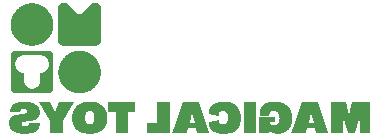
<source format=gbr>
%TF.GenerationSoftware,KiCad,Pcbnew,7.0.10*%
%TF.CreationDate,2024-04-11T21:52:28-07:00*%
%TF.ProjectId,magical toys integration pcbrev4,6d616769-6361-46c2-9074-6f797320696e,rev?*%
%TF.SameCoordinates,Original*%
%TF.FileFunction,Legend,Bot*%
%TF.FilePolarity,Positive*%
%FSLAX46Y46*%
G04 Gerber Fmt 4.6, Leading zero omitted, Abs format (unit mm)*
G04 Created by KiCad (PCBNEW 7.0.10) date 2024-04-11 21:52:28*
%MOMM*%
%LPD*%
G01*
G04 APERTURE LIST*
%ADD10C,0.000000*%
G04 APERTURE END LIST*
D10*
G36*
X148928561Y-89400000D02*
G01*
X148936586Y-89400000D01*
X149197491Y-88344334D01*
X150686668Y-88344334D01*
X150686668Y-90985508D01*
X149843739Y-90985508D01*
X149855780Y-89540486D01*
X149847755Y-89540486D01*
X149458397Y-90985508D01*
X148816174Y-90985508D01*
X148422807Y-89540486D01*
X148414774Y-89540486D01*
X148426816Y-90985508D01*
X147371152Y-90985508D01*
X147371152Y-88344334D01*
X148663639Y-88344334D01*
X148928561Y-89400000D01*
G37*
G36*
X147192828Y-90985508D02*
G01*
X146149206Y-90985508D01*
X146048859Y-90576084D01*
X145398596Y-90576084D01*
X145302266Y-90985508D01*
X144025829Y-90985508D01*
X144321073Y-90106454D01*
X145506975Y-90106454D01*
X145936465Y-90106454D01*
X145727741Y-89239441D01*
X145707674Y-89239441D01*
X145506975Y-90106454D01*
X144321073Y-90106454D01*
X144912909Y-88344334D01*
X146305749Y-88344334D01*
X146897584Y-90106454D01*
X147192828Y-90985508D01*
G37*
G36*
X142753852Y-88305701D02*
G01*
X142835680Y-88310348D01*
X142915323Y-88318047D01*
X142992749Y-88328760D01*
X143067923Y-88342447D01*
X143140811Y-88359072D01*
X143211380Y-88378595D01*
X143279596Y-88400979D01*
X143345425Y-88426186D01*
X143408833Y-88454176D01*
X143469786Y-88484912D01*
X143528251Y-88518356D01*
X143584193Y-88554469D01*
X143637580Y-88593214D01*
X143688376Y-88634551D01*
X143736549Y-88678443D01*
X143782064Y-88724852D01*
X143824888Y-88773739D01*
X143864987Y-88825066D01*
X143902326Y-88878796D01*
X143936873Y-88934888D01*
X143968593Y-88993307D01*
X143997453Y-89054012D01*
X144023418Y-89116967D01*
X144046456Y-89182132D01*
X144066531Y-89249470D01*
X144083611Y-89318942D01*
X144097661Y-89390511D01*
X144108647Y-89464137D01*
X144116537Y-89539783D01*
X144121296Y-89617411D01*
X144122889Y-89696982D01*
X144121484Y-89773190D01*
X144117294Y-89847505D01*
X144110354Y-89919894D01*
X144100702Y-89990321D01*
X144088376Y-90058751D01*
X144073410Y-90125151D01*
X144055843Y-90189486D01*
X144035710Y-90251721D01*
X144013050Y-90311822D01*
X143987898Y-90369753D01*
X143960290Y-90425482D01*
X143930265Y-90478972D01*
X143897859Y-90530190D01*
X143863108Y-90579100D01*
X143826049Y-90625669D01*
X143786719Y-90669862D01*
X143745155Y-90711645D01*
X143701393Y-90750981D01*
X143655471Y-90787839D01*
X143607424Y-90822181D01*
X143557290Y-90853975D01*
X143505106Y-90883186D01*
X143450907Y-90909778D01*
X143394732Y-90933718D01*
X143336617Y-90954971D01*
X143276597Y-90973502D01*
X143214712Y-90989277D01*
X143150996Y-91002261D01*
X143085486Y-91012420D01*
X143018221Y-91019720D01*
X142949235Y-91024124D01*
X142878567Y-91025600D01*
X142840304Y-91025143D01*
X142803029Y-91023780D01*
X142766742Y-91021519D01*
X142731441Y-91018372D01*
X142697129Y-91014349D01*
X142663804Y-91009460D01*
X142631466Y-91003716D01*
X142600116Y-90997126D01*
X142569754Y-90989702D01*
X142540379Y-90981453D01*
X142511992Y-90972389D01*
X142484592Y-90962522D01*
X142458180Y-90951860D01*
X142432756Y-90940415D01*
X142408319Y-90928197D01*
X142384870Y-90915216D01*
X142362409Y-90901483D01*
X142340935Y-90887007D01*
X142320449Y-90871799D01*
X142300951Y-90855869D01*
X142282440Y-90839228D01*
X142264917Y-90821885D01*
X142248382Y-90803852D01*
X142232834Y-90785138D01*
X142218275Y-90765754D01*
X142204703Y-90745710D01*
X142192118Y-90725016D01*
X142180522Y-90703682D01*
X142169913Y-90681720D01*
X142160293Y-90659138D01*
X142151660Y-90635948D01*
X142144015Y-90612160D01*
X142135998Y-90612160D01*
X142136687Y-90674463D01*
X142138503Y-90736532D01*
X142141071Y-90796248D01*
X142144015Y-90851495D01*
X142152032Y-90985460D01*
X141333199Y-90985460D01*
X141333199Y-89648817D01*
X142705990Y-89648817D01*
X142705990Y-90022110D01*
X142216246Y-90022110D01*
X142216246Y-90042184D01*
X142216645Y-90057811D01*
X142217835Y-90073076D01*
X142219810Y-90087971D01*
X142222559Y-90102487D01*
X142226077Y-90116614D01*
X142230353Y-90130345D01*
X142235381Y-90143670D01*
X142241153Y-90156581D01*
X142247659Y-90169068D01*
X142254892Y-90181123D01*
X142262844Y-90192737D01*
X142271507Y-90203902D01*
X142280873Y-90214607D01*
X142290933Y-90224845D01*
X142301679Y-90234607D01*
X142313104Y-90243884D01*
X142325199Y-90252667D01*
X142337955Y-90260948D01*
X142351366Y-90268716D01*
X142365423Y-90275965D01*
X142380118Y-90282684D01*
X142395442Y-90288865D01*
X142427947Y-90299578D01*
X142462873Y-90308034D01*
X142500155Y-90314161D01*
X142539729Y-90317888D01*
X142581530Y-90319147D01*
X142632446Y-90317101D01*
X142681228Y-90310868D01*
X142727717Y-90300308D01*
X142750052Y-90293361D01*
X142771755Y-90285279D01*
X142792804Y-90276045D01*
X142813181Y-90265640D01*
X142832866Y-90254048D01*
X142851839Y-90241250D01*
X142870079Y-90227230D01*
X142887568Y-90211969D01*
X142904285Y-90195449D01*
X142920210Y-90177654D01*
X142935324Y-90158565D01*
X142949607Y-90138165D01*
X142963038Y-90116436D01*
X142975599Y-90093360D01*
X142987269Y-90068921D01*
X142998028Y-90043099D01*
X143007856Y-90015878D01*
X143016735Y-89987240D01*
X143024643Y-89957168D01*
X143031561Y-89925643D01*
X143037469Y-89892648D01*
X143042348Y-89858165D01*
X143048936Y-89784667D01*
X143051168Y-89705007D01*
X143050561Y-89665834D01*
X143048762Y-89628084D01*
X143045800Y-89591745D01*
X143041705Y-89556806D01*
X143036508Y-89523254D01*
X143030238Y-89491078D01*
X143022926Y-89460266D01*
X143014602Y-89430807D01*
X143005296Y-89402688D01*
X142995038Y-89375898D01*
X142983859Y-89350425D01*
X142971788Y-89326257D01*
X142958855Y-89303383D01*
X142945091Y-89281791D01*
X142930526Y-89261468D01*
X142915190Y-89242404D01*
X142899114Y-89224587D01*
X142882326Y-89208004D01*
X142864858Y-89192644D01*
X142846739Y-89178495D01*
X142828000Y-89165546D01*
X142808671Y-89153785D01*
X142788782Y-89143199D01*
X142768362Y-89133778D01*
X142747443Y-89125509D01*
X142726054Y-89118381D01*
X142704226Y-89112381D01*
X142681988Y-89107499D01*
X142659371Y-89103723D01*
X142636405Y-89101039D01*
X142613120Y-89099438D01*
X142589546Y-89098907D01*
X142568291Y-89099213D01*
X142547430Y-89100128D01*
X142526982Y-89101652D01*
X142506964Y-89103783D01*
X142487397Y-89106520D01*
X142468296Y-89109861D01*
X142449682Y-89113805D01*
X142431573Y-89118349D01*
X142413987Y-89123494D01*
X142396941Y-89129237D01*
X142380456Y-89135576D01*
X142364549Y-89142511D01*
X142349239Y-89150040D01*
X142334543Y-89158161D01*
X142320481Y-89166873D01*
X142307071Y-89176175D01*
X142294331Y-89186064D01*
X142282279Y-89196540D01*
X142270935Y-89207601D01*
X142260316Y-89219245D01*
X142250440Y-89231472D01*
X142241327Y-89244279D01*
X142232995Y-89257666D01*
X142225461Y-89271630D01*
X142218745Y-89286170D01*
X142212864Y-89301285D01*
X142207838Y-89316973D01*
X142203685Y-89333233D01*
X142200422Y-89350063D01*
X142198069Y-89367462D01*
X142196643Y-89385429D01*
X142196164Y-89403961D01*
X142196164Y-89500299D01*
X141369315Y-89500299D01*
X141366388Y-89453071D01*
X141363818Y-89399448D01*
X141361992Y-89345073D01*
X141361479Y-89319367D01*
X141361298Y-89295590D01*
X141365718Y-89187880D01*
X141379165Y-89084732D01*
X141401913Y-88986476D01*
X141416862Y-88939285D01*
X141434240Y-88893441D01*
X141454081Y-88848985D01*
X141476421Y-88805958D01*
X141501294Y-88764400D01*
X141528734Y-88724353D01*
X141558775Y-88685859D01*
X141591454Y-88648959D01*
X141626803Y-88613692D01*
X141664858Y-88580102D01*
X141705652Y-88548228D01*
X141749222Y-88518113D01*
X141795600Y-88489797D01*
X141844823Y-88463321D01*
X141896923Y-88438727D01*
X141951937Y-88416055D01*
X142009897Y-88395347D01*
X142070840Y-88376645D01*
X142134799Y-88359988D01*
X142201809Y-88345419D01*
X142271904Y-88332978D01*
X142345120Y-88322707D01*
X142501050Y-88308839D01*
X142669874Y-88304143D01*
X142753852Y-88305701D01*
G37*
G36*
X141067531Y-90985437D02*
G01*
X140015970Y-90985437D01*
X140015970Y-88344334D01*
X141067531Y-88344334D01*
X141067531Y-90985437D01*
G37*
G36*
X138447254Y-88305586D02*
G01*
X138529401Y-88309900D01*
X138609092Y-88317064D01*
X138686313Y-88327058D01*
X138761046Y-88339859D01*
X138833276Y-88355446D01*
X138902986Y-88373798D01*
X138970160Y-88394893D01*
X139034783Y-88418711D01*
X139096837Y-88445230D01*
X139156307Y-88474428D01*
X139213177Y-88506285D01*
X139267430Y-88540778D01*
X139319050Y-88577888D01*
X139368022Y-88617592D01*
X139414328Y-88659868D01*
X139457953Y-88704697D01*
X139498881Y-88752056D01*
X139537095Y-88801924D01*
X139572579Y-88854280D01*
X139605318Y-88909103D01*
X139635294Y-88966370D01*
X139662493Y-89026062D01*
X139686896Y-89088156D01*
X139708490Y-89152631D01*
X139727257Y-89219467D01*
X139743180Y-89288641D01*
X139756245Y-89360132D01*
X139766435Y-89433919D01*
X139773733Y-89509981D01*
X139778124Y-89588296D01*
X139779591Y-89668843D01*
X139774792Y-89816371D01*
X139760198Y-89957620D01*
X139735514Y-90092142D01*
X139719297Y-90156742D01*
X139700447Y-90219492D01*
X139678928Y-90280337D01*
X139654703Y-90339221D01*
X139627735Y-90396088D01*
X139597987Y-90450883D01*
X139565423Y-90503550D01*
X139530005Y-90554032D01*
X139491698Y-90602274D01*
X139450463Y-90648220D01*
X139406266Y-90691814D01*
X139359068Y-90733000D01*
X139308832Y-90771723D01*
X139255523Y-90807927D01*
X139199104Y-90841555D01*
X139139536Y-90872552D01*
X139076785Y-90900862D01*
X139010813Y-90926429D01*
X138941583Y-90949198D01*
X138869059Y-90969111D01*
X138793203Y-90986115D01*
X138713979Y-91000152D01*
X138631351Y-91011167D01*
X138545281Y-91019104D01*
X138455732Y-91023907D01*
X138362669Y-91025521D01*
X138275535Y-91024393D01*
X138191720Y-91021028D01*
X138111189Y-91015450D01*
X138033904Y-91007684D01*
X137959830Y-90997756D01*
X137888930Y-90985692D01*
X137821168Y-90971516D01*
X137756507Y-90955255D01*
X137694912Y-90936932D01*
X137636346Y-90916574D01*
X137580773Y-90894207D01*
X137528157Y-90869854D01*
X137478460Y-90843542D01*
X137431648Y-90815297D01*
X137387684Y-90785142D01*
X137346531Y-90753105D01*
X137308153Y-90719209D01*
X137272514Y-90683481D01*
X137239577Y-90645946D01*
X137209307Y-90606628D01*
X137181667Y-90565554D01*
X137156621Y-90522749D01*
X137134132Y-90478238D01*
X137114165Y-90432046D01*
X137096682Y-90384199D01*
X137081649Y-90334722D01*
X137069027Y-90283641D01*
X137058782Y-90230980D01*
X137050877Y-90176765D01*
X137045275Y-90121022D01*
X137041941Y-90063776D01*
X137040837Y-90005052D01*
X137893087Y-89869535D01*
X137893599Y-89893526D01*
X137895118Y-89916587D01*
X137897614Y-89938729D01*
X137901060Y-89959963D01*
X137905425Y-89980301D01*
X137910682Y-89999754D01*
X137916801Y-90018331D01*
X137923755Y-90036046D01*
X137931515Y-90052907D01*
X137940051Y-90068927D01*
X137949335Y-90084117D01*
X137959339Y-90098487D01*
X137970034Y-90112049D01*
X137981392Y-90124813D01*
X137993382Y-90136791D01*
X138005978Y-90147993D01*
X138019150Y-90158432D01*
X138032869Y-90168116D01*
X138047108Y-90177059D01*
X138061836Y-90185270D01*
X138077026Y-90192761D01*
X138092650Y-90199543D01*
X138108677Y-90205627D01*
X138125080Y-90211023D01*
X138158898Y-90219798D01*
X138193875Y-90225957D01*
X138229781Y-90229588D01*
X138266387Y-90230779D01*
X138311474Y-90228966D01*
X138354803Y-90223425D01*
X138396214Y-90214005D01*
X138416151Y-90207791D01*
X138435549Y-90200550D01*
X138454389Y-90192263D01*
X138472650Y-90182910D01*
X138490312Y-90172472D01*
X138507357Y-90160930D01*
X138523763Y-90148266D01*
X138539511Y-90134459D01*
X138554582Y-90119491D01*
X138568955Y-90103342D01*
X138582611Y-90085994D01*
X138595529Y-90067428D01*
X138607691Y-90047623D01*
X138619075Y-90026562D01*
X138629663Y-90004226D01*
X138639434Y-89980594D01*
X138648369Y-89955648D01*
X138656447Y-89929368D01*
X138663650Y-89901737D01*
X138669956Y-89872733D01*
X138675347Y-89842340D01*
X138679802Y-89810536D01*
X138685825Y-89742624D01*
X138687869Y-89668843D01*
X138687377Y-89631894D01*
X138685912Y-89596296D01*
X138683489Y-89562040D01*
X138680123Y-89529112D01*
X138675827Y-89497501D01*
X138670616Y-89467196D01*
X138664506Y-89438184D01*
X138657511Y-89410453D01*
X138649646Y-89383993D01*
X138640925Y-89358791D01*
X138631364Y-89334836D01*
X138620976Y-89312115D01*
X138609776Y-89290617D01*
X138597780Y-89270331D01*
X138585001Y-89251244D01*
X138571455Y-89233345D01*
X138557157Y-89216621D01*
X138542120Y-89201062D01*
X138526360Y-89186655D01*
X138509891Y-89173389D01*
X138492729Y-89161251D01*
X138474887Y-89150231D01*
X138456380Y-89140316D01*
X138437224Y-89131495D01*
X138417432Y-89123756D01*
X138397020Y-89117086D01*
X138376002Y-89111475D01*
X138354393Y-89106911D01*
X138332207Y-89103381D01*
X138309460Y-89100874D01*
X138286166Y-89099379D01*
X138262339Y-89098883D01*
X138225779Y-89100165D01*
X138190001Y-89104057D01*
X138155224Y-89110631D01*
X138138278Y-89114945D01*
X138121664Y-89119955D01*
X138105409Y-89125672D01*
X138089540Y-89132103D01*
X138074084Y-89139257D01*
X138059069Y-89147142D01*
X138044521Y-89155769D01*
X138030467Y-89165146D01*
X138016936Y-89175281D01*
X138003954Y-89186183D01*
X137991547Y-89197861D01*
X137979745Y-89210324D01*
X137968573Y-89223581D01*
X137958058Y-89237641D01*
X137948229Y-89252512D01*
X137939112Y-89268203D01*
X137930734Y-89284724D01*
X137923123Y-89302082D01*
X137916305Y-89320286D01*
X137910308Y-89339347D01*
X137905159Y-89359271D01*
X137900886Y-89380069D01*
X137897514Y-89401749D01*
X137895073Y-89424319D01*
X137893588Y-89447789D01*
X137893087Y-89472168D01*
X137893087Y-89501426D01*
X137039568Y-89340620D01*
X137043844Y-89232406D01*
X137056910Y-89127832D01*
X137079123Y-89027357D01*
X137093771Y-88978801D01*
X137110839Y-88931443D01*
X137130373Y-88885340D01*
X137152416Y-88840551D01*
X137177014Y-88797133D01*
X137204212Y-88755143D01*
X137234052Y-88714640D01*
X137266581Y-88675680D01*
X137301843Y-88638322D01*
X137339883Y-88602624D01*
X137380744Y-88568642D01*
X137424473Y-88536434D01*
X137471113Y-88506059D01*
X137520708Y-88477573D01*
X137573305Y-88451036D01*
X137628946Y-88426503D01*
X137687678Y-88404033D01*
X137749544Y-88383683D01*
X137814589Y-88365512D01*
X137882858Y-88349576D01*
X137954395Y-88335934D01*
X138029246Y-88324643D01*
X138107453Y-88315761D01*
X138189063Y-88309345D01*
X138274120Y-88305453D01*
X138362669Y-88304143D01*
X138447254Y-88305586D01*
G37*
G36*
X137118943Y-90985508D02*
G01*
X136075320Y-90985508D01*
X135974991Y-90576084D01*
X135324671Y-90576084D01*
X135228388Y-90985508D01*
X133951960Y-90985508D01*
X134247182Y-90106454D01*
X135433097Y-90106454D01*
X135862596Y-90106454D01*
X135653838Y-89239441D01*
X135633756Y-89239441D01*
X135433097Y-90106454D01*
X134247182Y-90106454D01*
X134838974Y-88344334D01*
X136231847Y-88344334D01*
X136823694Y-90106454D01*
X137118943Y-90985508D01*
G37*
G36*
X133780192Y-90985437D02*
G01*
X131817486Y-90985437D01*
X131817486Y-90150554D01*
X132700534Y-90150554D01*
X132700534Y-88344334D01*
X133780192Y-88344334D01*
X133780192Y-90985437D01*
G37*
G36*
X130850460Y-89179211D02*
G01*
X130236336Y-89179211D01*
X130236336Y-90985437D01*
X129180728Y-90985437D01*
X129180728Y-89179211D01*
X128566604Y-89179211D01*
X128566604Y-88344334D01*
X130850460Y-88344334D01*
X130850460Y-89179211D01*
G37*
G36*
X128469387Y-89729401D02*
G01*
X128464916Y-89807819D01*
X128457474Y-89884045D01*
X128447070Y-89958054D01*
X128433712Y-90029820D01*
X128417407Y-90099317D01*
X128398163Y-90166519D01*
X128375989Y-90231402D01*
X128350893Y-90293938D01*
X128322883Y-90354102D01*
X128291967Y-90411869D01*
X128258152Y-90467213D01*
X128221448Y-90520108D01*
X128181861Y-90570528D01*
X128139401Y-90618448D01*
X128094075Y-90663842D01*
X128045891Y-90706684D01*
X127994858Y-90746948D01*
X127940983Y-90784609D01*
X127884274Y-90819641D01*
X127824740Y-90852019D01*
X127762389Y-90881716D01*
X127697228Y-90908707D01*
X127629266Y-90932965D01*
X127558511Y-90954467D01*
X127484970Y-90973184D01*
X127408653Y-90989093D01*
X127329566Y-91002167D01*
X127247719Y-91012381D01*
X127163119Y-91019708D01*
X127075774Y-91024123D01*
X126985692Y-91025600D01*
X126893122Y-91024032D01*
X126803558Y-91019355D01*
X126716994Y-91011613D01*
X126633428Y-91000850D01*
X126552855Y-90987109D01*
X126475269Y-90970433D01*
X126400667Y-90950866D01*
X126329045Y-90928450D01*
X126260397Y-90903230D01*
X126194720Y-90875249D01*
X126132009Y-90844550D01*
X126072260Y-90811176D01*
X126015468Y-90775171D01*
X125961630Y-90736578D01*
X125910740Y-90695440D01*
X125862794Y-90651802D01*
X125817787Y-90605705D01*
X125775717Y-90557195D01*
X125736577Y-90506313D01*
X125700364Y-90453103D01*
X125667074Y-90397610D01*
X125636701Y-90339875D01*
X125609241Y-90279943D01*
X125584691Y-90217856D01*
X125563046Y-90153659D01*
X125544300Y-90087394D01*
X125528451Y-90019106D01*
X125515493Y-89948836D01*
X125505423Y-89876629D01*
X125498235Y-89802528D01*
X125493925Y-89726576D01*
X125492638Y-89656842D01*
X126588339Y-89656842D01*
X126588853Y-89696276D01*
X126590377Y-89734066D01*
X126592887Y-89770237D01*
X126596359Y-89804816D01*
X126600769Y-89837828D01*
X126606093Y-89869299D01*
X126612306Y-89899254D01*
X126619384Y-89927719D01*
X126627302Y-89954721D01*
X126636038Y-89980284D01*
X126645565Y-90004434D01*
X126655860Y-90027197D01*
X126666900Y-90048600D01*
X126678658Y-90068667D01*
X126691112Y-90087424D01*
X126704237Y-90104897D01*
X126718009Y-90121112D01*
X126732403Y-90136094D01*
X126747395Y-90149869D01*
X126762961Y-90162464D01*
X126779077Y-90173903D01*
X126795718Y-90184212D01*
X126812860Y-90193418D01*
X126830480Y-90201545D01*
X126848552Y-90208620D01*
X126867052Y-90214668D01*
X126885956Y-90219715D01*
X126905241Y-90223786D01*
X126924881Y-90226908D01*
X126944852Y-90229106D01*
X126965131Y-90230406D01*
X126985692Y-90230834D01*
X127025833Y-90229106D01*
X127064833Y-90223786D01*
X127102492Y-90214668D01*
X127138609Y-90201545D01*
X127156028Y-90193418D01*
X127172986Y-90184212D01*
X127189459Y-90173903D01*
X127205422Y-90162464D01*
X127220850Y-90149869D01*
X127235718Y-90136094D01*
X127250000Y-90121112D01*
X127263673Y-90104897D01*
X127276710Y-90087424D01*
X127289088Y-90068667D01*
X127300780Y-90048600D01*
X127311762Y-90027197D01*
X127322009Y-90004434D01*
X127331497Y-89980284D01*
X127340199Y-89954721D01*
X127348091Y-89927719D01*
X127355149Y-89899254D01*
X127361346Y-89869299D01*
X127371061Y-89804816D01*
X127377037Y-89734066D01*
X127379073Y-89656842D01*
X127378560Y-89619573D01*
X127377037Y-89583767D01*
X127374529Y-89549406D01*
X127371061Y-89516472D01*
X127366659Y-89484946D01*
X127361346Y-89454809D01*
X127355149Y-89426045D01*
X127348091Y-89398633D01*
X127340199Y-89372556D01*
X127331497Y-89347796D01*
X127322009Y-89324333D01*
X127311762Y-89302150D01*
X127300780Y-89281228D01*
X127289088Y-89261549D01*
X127276710Y-89243095D01*
X127263673Y-89225847D01*
X127250000Y-89209786D01*
X127235718Y-89194895D01*
X127220850Y-89181154D01*
X127205422Y-89168546D01*
X127189459Y-89157053D01*
X127172986Y-89146655D01*
X127156028Y-89137335D01*
X127138609Y-89129074D01*
X127120756Y-89121853D01*
X127102492Y-89115655D01*
X127083842Y-89110461D01*
X127064833Y-89106253D01*
X127045488Y-89103011D01*
X127025833Y-89100719D01*
X127005893Y-89099357D01*
X126985692Y-89098907D01*
X126944852Y-89100719D01*
X126905241Y-89106253D01*
X126867052Y-89115655D01*
X126830480Y-89129074D01*
X126812860Y-89137335D01*
X126795718Y-89146655D01*
X126779077Y-89157053D01*
X126762961Y-89168546D01*
X126747395Y-89181154D01*
X126732403Y-89194895D01*
X126718009Y-89209786D01*
X126704237Y-89225847D01*
X126691112Y-89243095D01*
X126678658Y-89261549D01*
X126666900Y-89281228D01*
X126655860Y-89302150D01*
X126645565Y-89324333D01*
X126636038Y-89347796D01*
X126627302Y-89372556D01*
X126619384Y-89398633D01*
X126612306Y-89426045D01*
X126606093Y-89454809D01*
X126600769Y-89484946D01*
X126596359Y-89516472D01*
X126590377Y-89583767D01*
X126588339Y-89656842D01*
X125492638Y-89656842D01*
X125492490Y-89648817D01*
X125493993Y-89573622D01*
X125498499Y-89500097D01*
X125505997Y-89428289D01*
X125516480Y-89358244D01*
X125529937Y-89290011D01*
X125546361Y-89223636D01*
X125565743Y-89159165D01*
X125588074Y-89096647D01*
X125613344Y-89036128D01*
X125641545Y-88977655D01*
X125672669Y-88921276D01*
X125706706Y-88867037D01*
X125743648Y-88814985D01*
X125783486Y-88765167D01*
X125826211Y-88717631D01*
X125871814Y-88672423D01*
X125920286Y-88629590D01*
X125971619Y-88589180D01*
X126025803Y-88551240D01*
X126082830Y-88515816D01*
X126142692Y-88482956D01*
X126205378Y-88452706D01*
X126270881Y-88425114D01*
X126339192Y-88400227D01*
X126410302Y-88378091D01*
X126484201Y-88358754D01*
X126560881Y-88342264D01*
X126640334Y-88328666D01*
X126722550Y-88318007D01*
X126807521Y-88310336D01*
X126895238Y-88305699D01*
X126985692Y-88304143D01*
X127075418Y-88305699D01*
X127162452Y-88310336D01*
X127246784Y-88318007D01*
X127328404Y-88328666D01*
X127407302Y-88342264D01*
X127483468Y-88358754D01*
X127556890Y-88378091D01*
X127627559Y-88400227D01*
X127695464Y-88425114D01*
X127760596Y-88452706D01*
X127822943Y-88482956D01*
X127882496Y-88515816D01*
X127939244Y-88551240D01*
X127993177Y-88589180D01*
X128044285Y-88629590D01*
X128092558Y-88672423D01*
X128137984Y-88717631D01*
X128180554Y-88765167D01*
X128220258Y-88814985D01*
X128257085Y-88867037D01*
X128291025Y-88921276D01*
X128322068Y-88977655D01*
X128350203Y-89036128D01*
X128375420Y-89096647D01*
X128397709Y-89159165D01*
X128417060Y-89223636D01*
X128433462Y-89290011D01*
X128446904Y-89358244D01*
X128457378Y-89428289D01*
X128464871Y-89500097D01*
X128469375Y-89573622D01*
X128470879Y-89648817D01*
X128470730Y-89656842D01*
X128469387Y-89729401D01*
G37*
G36*
X124022464Y-89195292D02*
G01*
X124030482Y-89195292D01*
X124411799Y-88344334D01*
X125692278Y-88344334D01*
X124724934Y-89986034D01*
X124724934Y-90985508D01*
X123617096Y-90985508D01*
X123617096Y-89986034D01*
X122645705Y-88344334D01*
X123645196Y-88344334D01*
X124022464Y-89195292D01*
G37*
G36*
X121547617Y-88305196D02*
G01*
X121622486Y-88308331D01*
X121695072Y-88313516D01*
X121765365Y-88320716D01*
X121833354Y-88329897D01*
X121899025Y-88341026D01*
X121962368Y-88354069D01*
X122023371Y-88368991D01*
X122082022Y-88385760D01*
X122138310Y-88404342D01*
X122192221Y-88424702D01*
X122243746Y-88446806D01*
X122292872Y-88470622D01*
X122339587Y-88496115D01*
X122383879Y-88523251D01*
X122425738Y-88551997D01*
X122465150Y-88582318D01*
X122502105Y-88614181D01*
X122536591Y-88647553D01*
X122568595Y-88682399D01*
X122598107Y-88718685D01*
X122625113Y-88756378D01*
X122649604Y-88795444D01*
X122671567Y-88835849D01*
X122690989Y-88877559D01*
X122707860Y-88920540D01*
X122722168Y-88964760D01*
X122733900Y-89010183D01*
X122743046Y-89056776D01*
X122749594Y-89104505D01*
X122753531Y-89153337D01*
X122754845Y-89203238D01*
X122754529Y-89228579D01*
X122753587Y-89253427D01*
X122752025Y-89277781D01*
X122749853Y-89301641D01*
X122747078Y-89325007D01*
X122743709Y-89347880D01*
X122739754Y-89370258D01*
X122735220Y-89392142D01*
X122730116Y-89413533D01*
X122724450Y-89434429D01*
X122718230Y-89454832D01*
X122711464Y-89474740D01*
X122704160Y-89494155D01*
X122696327Y-89513076D01*
X122687971Y-89531503D01*
X122679102Y-89549436D01*
X122669728Y-89566875D01*
X122659856Y-89583820D01*
X122649495Y-89600271D01*
X122638652Y-89616228D01*
X122627336Y-89631691D01*
X122615555Y-89646661D01*
X122603317Y-89661136D01*
X122590630Y-89675118D01*
X122577502Y-89688606D01*
X122563941Y-89701599D01*
X122549955Y-89714099D01*
X122535553Y-89726105D01*
X122520742Y-89737617D01*
X122505531Y-89748635D01*
X122489927Y-89759159D01*
X122473939Y-89769189D01*
X122441848Y-89787491D01*
X122407490Y-89804781D01*
X122371134Y-89821083D01*
X122333052Y-89836422D01*
X122293514Y-89850819D01*
X122252789Y-89864300D01*
X122211148Y-89876886D01*
X122168860Y-89888603D01*
X122083429Y-89909520D01*
X121998656Y-89927238D01*
X121916703Y-89941946D01*
X121839732Y-89953831D01*
X121706149Y-89969634D01*
X121640628Y-89978100D01*
X121577834Y-89986943D01*
X121519178Y-89996162D01*
X121466069Y-90005757D01*
X121419917Y-90015730D01*
X121399891Y-90020857D01*
X121382134Y-90026078D01*
X121372915Y-90028453D01*
X121364068Y-90031060D01*
X121355586Y-90033897D01*
X121347466Y-90036960D01*
X121339701Y-90040246D01*
X121332286Y-90043752D01*
X121325217Y-90047477D01*
X121318488Y-90051416D01*
X121312095Y-90055566D01*
X121306031Y-90059925D01*
X121300292Y-90064490D01*
X121294873Y-90069258D01*
X121289768Y-90074226D01*
X121284972Y-90079391D01*
X121280481Y-90084750D01*
X121276289Y-90090300D01*
X121272391Y-90096038D01*
X121268781Y-90101961D01*
X121265455Y-90108067D01*
X121262408Y-90114352D01*
X121259634Y-90120813D01*
X121257128Y-90127448D01*
X121252901Y-90141226D01*
X121249684Y-90155662D01*
X121247438Y-90170734D01*
X121246120Y-90186417D01*
X121245690Y-90202688D01*
X121246465Y-90222936D01*
X121248880Y-90242943D01*
X121253071Y-90262562D01*
X121259173Y-90281646D01*
X121267320Y-90300048D01*
X121272203Y-90308948D01*
X121277648Y-90317622D01*
X121283673Y-90326051D01*
X121290293Y-90334219D01*
X121297526Y-90342106D01*
X121305389Y-90349693D01*
X121313899Y-90356963D01*
X121323073Y-90363898D01*
X121332927Y-90370478D01*
X121343478Y-90376685D01*
X121354744Y-90382501D01*
X121366741Y-90387908D01*
X121379486Y-90392888D01*
X121392996Y-90397421D01*
X121407288Y-90401490D01*
X121422378Y-90405075D01*
X121438285Y-90408160D01*
X121455024Y-90410725D01*
X121472613Y-90412752D01*
X121491068Y-90414222D01*
X121510407Y-90415118D01*
X121530646Y-90415421D01*
X121550582Y-90415058D01*
X121569750Y-90413974D01*
X121588160Y-90412180D01*
X121605820Y-90409682D01*
X121622739Y-90406491D01*
X121638926Y-90402615D01*
X121654390Y-90398063D01*
X121669139Y-90392843D01*
X121683183Y-90386965D01*
X121696530Y-90380437D01*
X121709188Y-90373268D01*
X121721168Y-90365467D01*
X121732477Y-90357043D01*
X121743125Y-90348005D01*
X121753120Y-90338361D01*
X121762470Y-90328120D01*
X121771186Y-90317291D01*
X121779276Y-90305883D01*
X121786748Y-90293905D01*
X121793612Y-90281365D01*
X121799876Y-90268273D01*
X121805548Y-90254637D01*
X121810639Y-90240465D01*
X121815157Y-90225768D01*
X121819109Y-90210553D01*
X121822507Y-90194829D01*
X121827669Y-90161891D01*
X121830715Y-90127025D01*
X121831715Y-90090301D01*
X122746830Y-90090301D01*
X122744360Y-90176871D01*
X122736289Y-90263013D01*
X122721621Y-90348013D01*
X122699363Y-90431162D01*
X122668522Y-90511747D01*
X122649572Y-90550856D01*
X122628104Y-90589057D01*
X122603992Y-90626262D01*
X122577114Y-90662381D01*
X122547344Y-90697326D01*
X122514558Y-90731007D01*
X122478633Y-90763336D01*
X122439444Y-90794224D01*
X122396866Y-90823581D01*
X122350776Y-90851320D01*
X122301049Y-90877350D01*
X122247561Y-90901583D01*
X122190188Y-90923931D01*
X122128806Y-90944304D01*
X122063289Y-90962613D01*
X121993515Y-90978769D01*
X121919359Y-90992684D01*
X121840696Y-91004268D01*
X121757403Y-91013433D01*
X121669355Y-91020089D01*
X121576428Y-91024148D01*
X121478497Y-91025521D01*
X121381099Y-91024262D01*
X121288284Y-91020533D01*
X121199953Y-91014402D01*
X121116010Y-91005938D01*
X121036357Y-90995210D01*
X120960895Y-90982288D01*
X120889528Y-90967241D01*
X120822156Y-90950137D01*
X120758683Y-90931045D01*
X120699011Y-90910036D01*
X120643042Y-90887177D01*
X120590678Y-90862538D01*
X120541821Y-90836189D01*
X120496374Y-90808197D01*
X120454239Y-90778633D01*
X120415318Y-90747564D01*
X120379514Y-90715062D01*
X120346728Y-90681193D01*
X120316862Y-90646029D01*
X120289820Y-90609637D01*
X120265503Y-90572086D01*
X120243813Y-90533446D01*
X120224653Y-90493787D01*
X120207925Y-90453176D01*
X120193531Y-90411683D01*
X120181374Y-90369377D01*
X120171355Y-90326328D01*
X120163377Y-90282604D01*
X120157342Y-90238274D01*
X120153153Y-90193408D01*
X120149918Y-90102342D01*
X120150235Y-90077376D01*
X120151182Y-90052902D01*
X120152755Y-90028918D01*
X120154950Y-90005421D01*
X120157762Y-89982409D01*
X120161187Y-89959880D01*
X120165220Y-89937831D01*
X120169857Y-89916261D01*
X120175094Y-89895168D01*
X120180926Y-89874548D01*
X120187349Y-89854400D01*
X120194359Y-89834722D01*
X120201950Y-89815512D01*
X120210119Y-89796766D01*
X120218861Y-89778484D01*
X120228172Y-89760662D01*
X120238047Y-89743300D01*
X120248482Y-89726393D01*
X120259473Y-89709941D01*
X120271015Y-89693940D01*
X120283104Y-89678390D01*
X120295735Y-89663287D01*
X120308904Y-89648630D01*
X120322606Y-89634415D01*
X120336838Y-89620642D01*
X120351595Y-89607307D01*
X120366872Y-89594409D01*
X120382664Y-89581946D01*
X120398969Y-89569914D01*
X120415780Y-89558312D01*
X120433095Y-89547139D01*
X120450907Y-89536390D01*
X120480174Y-89521049D01*
X120510782Y-89506601D01*
X120542754Y-89492999D01*
X120576113Y-89480197D01*
X120610882Y-89468148D01*
X120647086Y-89456804D01*
X120723888Y-89436044D01*
X120806707Y-89417543D01*
X120895729Y-89400922D01*
X120991141Y-89385808D01*
X121093131Y-89371822D01*
X121256087Y-89348365D01*
X121329795Y-89336966D01*
X121397196Y-89325662D01*
X121457446Y-89314357D01*
X121509700Y-89302959D01*
X121532565Y-89297194D01*
X121553114Y-89291371D01*
X121571242Y-89285477D01*
X121586843Y-89279501D01*
X121597854Y-89273243D01*
X121608281Y-89266496D01*
X121618108Y-89259244D01*
X121627316Y-89251469D01*
X121635889Y-89243152D01*
X121643808Y-89234277D01*
X121651056Y-89224826D01*
X121657616Y-89214781D01*
X121663470Y-89204124D01*
X121668601Y-89192838D01*
X121672990Y-89180906D01*
X121676620Y-89168309D01*
X121679475Y-89155030D01*
X121681535Y-89141051D01*
X121682784Y-89126355D01*
X121683205Y-89110924D01*
X121682923Y-89100825D01*
X121682077Y-89090856D01*
X121680671Y-89081029D01*
X121678704Y-89071358D01*
X121676178Y-89061854D01*
X121673095Y-89052530D01*
X121669456Y-89043399D01*
X121665263Y-89034472D01*
X121660518Y-89025764D01*
X121655221Y-89017285D01*
X121649374Y-89009049D01*
X121642979Y-89001068D01*
X121636037Y-88993354D01*
X121628550Y-88985921D01*
X121620519Y-88978780D01*
X121611946Y-88971944D01*
X121602831Y-88965426D01*
X121593178Y-88959237D01*
X121582986Y-88953391D01*
X121572258Y-88947900D01*
X121549198Y-88938033D01*
X121524011Y-88929736D01*
X121496707Y-88923109D01*
X121467299Y-88918251D01*
X121435799Y-88915263D01*
X121402218Y-88914245D01*
X121366378Y-88915424D01*
X121349244Y-88916901D01*
X121332639Y-88918972D01*
X121316565Y-88921641D01*
X121301028Y-88924908D01*
X121286030Y-88928776D01*
X121271576Y-88933248D01*
X121257669Y-88938325D01*
X121244312Y-88944011D01*
X121231509Y-88950306D01*
X121219264Y-88957213D01*
X121207581Y-88964735D01*
X121196464Y-88972874D01*
X121185915Y-88981631D01*
X121175938Y-88991009D01*
X121166538Y-89001011D01*
X121157718Y-89011638D01*
X121149482Y-89022892D01*
X121141832Y-89034777D01*
X121134774Y-89047293D01*
X121128310Y-89060444D01*
X121122444Y-89074231D01*
X121117181Y-89088657D01*
X121112522Y-89103724D01*
X121108473Y-89119433D01*
X121105037Y-89135789D01*
X121102218Y-89152791D01*
X121100018Y-89170443D01*
X121098443Y-89188747D01*
X121097495Y-89207705D01*
X121097178Y-89227320D01*
X120238182Y-89227320D01*
X120241394Y-89124349D01*
X120251456Y-89026316D01*
X120269010Y-88933458D01*
X120294696Y-88846008D01*
X120310789Y-88804386D01*
X120329155Y-88764203D01*
X120349875Y-88725491D01*
X120373028Y-88688278D01*
X120398695Y-88652594D01*
X120426955Y-88618468D01*
X120457890Y-88585929D01*
X120491578Y-88555007D01*
X120528100Y-88525731D01*
X120567536Y-88498131D01*
X120609967Y-88472237D01*
X120655472Y-88448076D01*
X120704131Y-88425680D01*
X120756025Y-88405077D01*
X120811233Y-88386296D01*
X120869836Y-88369368D01*
X120931914Y-88354321D01*
X120997546Y-88341185D01*
X121066814Y-88329989D01*
X121139797Y-88320763D01*
X121297227Y-88308337D01*
X121470480Y-88304143D01*
X121547617Y-88305196D01*
G37*
G36*
X122191596Y-79971454D02*
G01*
X122282968Y-79978402D01*
X122373012Y-79989844D01*
X122461613Y-80005666D01*
X122548660Y-80025757D01*
X122634040Y-80050002D01*
X122717639Y-80078288D01*
X122799344Y-80110504D01*
X122879042Y-80146534D01*
X122956620Y-80186268D01*
X123031966Y-80229590D01*
X123104965Y-80276389D01*
X123175506Y-80326552D01*
X123243474Y-80379965D01*
X123308758Y-80436515D01*
X123371243Y-80496089D01*
X123430817Y-80558574D01*
X123487367Y-80623858D01*
X123540780Y-80691826D01*
X123590942Y-80762367D01*
X123637741Y-80835366D01*
X123681064Y-80910712D01*
X123720797Y-80988290D01*
X123756828Y-81067988D01*
X123789043Y-81149693D01*
X123817329Y-81233292D01*
X123841574Y-81318671D01*
X123861664Y-81405718D01*
X123877487Y-81494320D01*
X123888929Y-81584363D01*
X123895877Y-81675735D01*
X123898218Y-81768322D01*
X123895877Y-81860908D01*
X123888929Y-81952279D01*
X123877487Y-82042321D01*
X123861664Y-82130922D01*
X123841574Y-82217968D01*
X123817329Y-82303347D01*
X123789043Y-82386945D01*
X123756828Y-82468650D01*
X123720797Y-82548348D01*
X123681064Y-82625926D01*
X123637741Y-82701272D01*
X123590942Y-82774271D01*
X123540780Y-82844812D01*
X123487367Y-82912781D01*
X123430817Y-82978065D01*
X123371243Y-83040550D01*
X123308758Y-83100125D01*
X123243474Y-83156675D01*
X123175506Y-83210088D01*
X123104965Y-83260251D01*
X123031966Y-83307051D01*
X122956620Y-83350374D01*
X122879042Y-83390107D01*
X122799344Y-83426138D01*
X122717639Y-83458354D01*
X122634040Y-83486641D01*
X122548660Y-83510886D01*
X122461613Y-83530977D01*
X122373012Y-83546800D01*
X122282968Y-83558242D01*
X122191596Y-83565190D01*
X122099009Y-83567531D01*
X122006421Y-83565190D01*
X121915050Y-83558242D01*
X121825006Y-83546800D01*
X121736404Y-83530977D01*
X121649357Y-83510886D01*
X121563978Y-83486641D01*
X121480379Y-83458354D01*
X121398674Y-83426138D01*
X121318976Y-83390107D01*
X121241397Y-83350374D01*
X121166052Y-83307051D01*
X121093052Y-83260251D01*
X121022512Y-83210088D01*
X120954543Y-83156675D01*
X120889260Y-83100125D01*
X120826775Y-83040550D01*
X120767201Y-82978065D01*
X120710651Y-82912781D01*
X120657238Y-82844812D01*
X120607076Y-82774271D01*
X120560277Y-82701272D01*
X120516954Y-82625926D01*
X120477221Y-82548348D01*
X120441190Y-82468650D01*
X120408975Y-82386945D01*
X120380689Y-82303347D01*
X120356444Y-82217968D01*
X120336354Y-82130922D01*
X120320531Y-82042321D01*
X120309089Y-81952279D01*
X120302141Y-81860908D01*
X120299800Y-81768322D01*
X120302141Y-81675735D01*
X120309089Y-81584363D01*
X120320531Y-81494320D01*
X120336354Y-81405718D01*
X120356444Y-81318671D01*
X120380689Y-81233292D01*
X120408975Y-81149693D01*
X120441190Y-81067988D01*
X120477221Y-80988290D01*
X120516954Y-80910712D01*
X120560277Y-80835366D01*
X120607076Y-80762367D01*
X120657238Y-80691826D01*
X120710651Y-80623858D01*
X120767201Y-80558574D01*
X120826775Y-80496089D01*
X120889260Y-80436515D01*
X120954543Y-80379965D01*
X121022512Y-80326552D01*
X121093052Y-80276389D01*
X121166052Y-80229590D01*
X121241397Y-80186268D01*
X121318976Y-80146534D01*
X121398674Y-80110504D01*
X121480379Y-80078288D01*
X121563978Y-80050002D01*
X121649357Y-80025757D01*
X121736404Y-80005666D01*
X121825006Y-79989844D01*
X121915050Y-79978402D01*
X122006421Y-79971454D01*
X122099009Y-79969113D01*
X122191596Y-79971454D01*
G37*
G36*
X126213130Y-83993052D02*
G01*
X126304502Y-84000000D01*
X126394545Y-84011441D01*
X126483147Y-84027264D01*
X126570194Y-84047354D01*
X126655573Y-84071599D01*
X126739172Y-84099885D01*
X126820877Y-84132100D01*
X126900575Y-84168131D01*
X126978153Y-84207864D01*
X127053499Y-84251187D01*
X127126498Y-84297985D01*
X127197039Y-84348147D01*
X127265007Y-84401560D01*
X127330291Y-84458109D01*
X127392776Y-84517683D01*
X127452350Y-84580168D01*
X127508900Y-84645451D01*
X127562313Y-84713419D01*
X127612476Y-84783959D01*
X127659275Y-84856958D01*
X127702597Y-84932303D01*
X127742331Y-85009880D01*
X127778361Y-85089578D01*
X127810577Y-85171282D01*
X127838863Y-85254880D01*
X127863108Y-85340258D01*
X127883199Y-85427304D01*
X127899021Y-85515905D01*
X127910463Y-85605947D01*
X127917411Y-85697318D01*
X127919752Y-85789904D01*
X127917411Y-85882491D01*
X127910463Y-85973863D01*
X127899021Y-86063906D01*
X127883199Y-86152508D01*
X127863108Y-86239555D01*
X127838863Y-86324935D01*
X127810577Y-86408534D01*
X127778361Y-86490239D01*
X127742331Y-86569937D01*
X127702597Y-86647515D01*
X127659275Y-86722861D01*
X127612476Y-86795860D01*
X127562313Y-86866401D01*
X127508900Y-86934369D01*
X127452350Y-86999653D01*
X127392776Y-87062138D01*
X127330291Y-87121712D01*
X127265007Y-87178262D01*
X127197039Y-87231674D01*
X127126498Y-87281837D01*
X127053499Y-87328636D01*
X126978153Y-87371958D01*
X126900575Y-87411692D01*
X126820877Y-87447722D01*
X126739172Y-87479937D01*
X126655573Y-87508224D01*
X126570194Y-87532469D01*
X126483147Y-87552559D01*
X126394545Y-87568381D01*
X126304502Y-87579823D01*
X126213130Y-87586771D01*
X126120543Y-87589112D01*
X126027957Y-87586771D01*
X125936586Y-87579823D01*
X125846544Y-87568381D01*
X125757943Y-87552559D01*
X125670897Y-87532469D01*
X125585518Y-87508224D01*
X125501920Y-87479937D01*
X125420215Y-87447722D01*
X125340517Y-87411692D01*
X125262939Y-87371958D01*
X125187593Y-87328636D01*
X125114594Y-87281837D01*
X125044053Y-87231674D01*
X124976084Y-87178262D01*
X124910800Y-87121712D01*
X124848315Y-87062138D01*
X124788740Y-86999653D01*
X124732190Y-86934369D01*
X124678777Y-86866401D01*
X124628614Y-86795860D01*
X124581814Y-86722861D01*
X124538491Y-86647515D01*
X124498758Y-86569937D01*
X124462727Y-86490239D01*
X124430511Y-86408534D01*
X124402224Y-86324935D01*
X124377979Y-86239555D01*
X124357888Y-86152508D01*
X124342065Y-86063906D01*
X124330623Y-85973863D01*
X124323675Y-85882491D01*
X124321334Y-85789904D01*
X124323675Y-85697318D01*
X124330623Y-85605947D01*
X124342065Y-85515905D01*
X124357888Y-85427304D01*
X124377979Y-85340258D01*
X124402224Y-85254880D01*
X124430511Y-85171282D01*
X124462727Y-85089578D01*
X124498758Y-85009880D01*
X124538491Y-84932303D01*
X124581814Y-84856958D01*
X124628614Y-84783959D01*
X124678777Y-84713419D01*
X124732190Y-84645451D01*
X124788740Y-84580168D01*
X124848315Y-84517683D01*
X124910800Y-84458109D01*
X124976084Y-84401560D01*
X125044053Y-84348147D01*
X125114594Y-84297985D01*
X125187593Y-84251187D01*
X125262939Y-84207864D01*
X125340517Y-84168131D01*
X125420215Y-84132100D01*
X125501920Y-84099885D01*
X125585518Y-84071599D01*
X125670897Y-84047354D01*
X125757943Y-84027264D01*
X125846544Y-84011441D01*
X125936586Y-84000000D01*
X126027957Y-83993052D01*
X126120543Y-83990710D01*
X126213130Y-83993052D01*
G37*
G36*
X123898218Y-87210335D02*
G01*
X123897725Y-87229827D01*
X123896262Y-87249064D01*
X123893853Y-87268021D01*
X123890522Y-87286674D01*
X123886292Y-87305000D01*
X123881188Y-87322975D01*
X123875233Y-87340574D01*
X123868450Y-87357775D01*
X123860865Y-87374554D01*
X123852500Y-87390886D01*
X123843379Y-87406748D01*
X123833526Y-87422116D01*
X123822966Y-87436967D01*
X123811721Y-87451276D01*
X123799815Y-87465019D01*
X123787273Y-87478174D01*
X123774118Y-87490716D01*
X123760375Y-87502621D01*
X123746065Y-87513865D01*
X123731215Y-87524425D01*
X123715847Y-87534277D01*
X123699985Y-87543398D01*
X123683652Y-87551762D01*
X123666874Y-87559347D01*
X123649673Y-87566129D01*
X123632074Y-87572084D01*
X123614100Y-87577188D01*
X123595775Y-87581417D01*
X123577123Y-87584748D01*
X123558167Y-87587157D01*
X123538931Y-87588619D01*
X123519440Y-87589112D01*
X120678577Y-87589112D01*
X120659086Y-87588619D01*
X120639851Y-87587157D01*
X120620895Y-87584748D01*
X120602243Y-87581417D01*
X120583918Y-87577188D01*
X120565944Y-87572084D01*
X120548344Y-87566129D01*
X120531144Y-87559347D01*
X120514365Y-87551762D01*
X120498033Y-87543398D01*
X120482171Y-87534277D01*
X120466803Y-87524425D01*
X120451952Y-87513865D01*
X120437643Y-87502621D01*
X120423899Y-87490716D01*
X120410744Y-87478174D01*
X120398202Y-87465019D01*
X120386297Y-87451276D01*
X120375052Y-87436967D01*
X120364491Y-87422116D01*
X120354639Y-87406748D01*
X120345518Y-87390886D01*
X120337153Y-87374554D01*
X120329567Y-87357775D01*
X120322785Y-87340574D01*
X120316830Y-87322975D01*
X120311726Y-87305000D01*
X120307496Y-87286674D01*
X120304165Y-87268021D01*
X120301756Y-87249064D01*
X120300293Y-87229827D01*
X120299800Y-87210335D01*
X120299800Y-85127043D01*
X120678577Y-85127043D01*
X120679563Y-85166027D01*
X120682488Y-85204499D01*
X120687306Y-85242411D01*
X120693968Y-85279717D01*
X120702427Y-85316368D01*
X120712636Y-85352317D01*
X120724546Y-85387516D01*
X120738110Y-85421917D01*
X120753281Y-85455474D01*
X120770011Y-85488139D01*
X120788252Y-85519863D01*
X120807957Y-85550599D01*
X120829078Y-85580300D01*
X120851568Y-85608918D01*
X120875378Y-85636406D01*
X120900462Y-85662715D01*
X120926772Y-85687799D01*
X120954260Y-85711609D01*
X120982879Y-85734099D01*
X121012580Y-85755220D01*
X121043317Y-85774924D01*
X121075042Y-85793165D01*
X121107707Y-85809895D01*
X121141265Y-85825066D01*
X121175668Y-85838630D01*
X121210868Y-85850540D01*
X121246818Y-85860748D01*
X121283470Y-85869208D01*
X121320777Y-85875870D01*
X121358690Y-85880687D01*
X121397164Y-85883613D01*
X121436149Y-85884598D01*
X121436149Y-86547475D01*
X121437011Y-86581586D01*
X121439571Y-86615249D01*
X121443786Y-86648423D01*
X121449615Y-86681066D01*
X121457017Y-86713135D01*
X121465949Y-86744591D01*
X121476370Y-86775390D01*
X121488239Y-86805492D01*
X121501513Y-86834854D01*
X121516151Y-86863435D01*
X121532112Y-86891194D01*
X121549353Y-86918088D01*
X121567834Y-86944077D01*
X121587512Y-86969117D01*
X121608346Y-86993169D01*
X121630294Y-87016189D01*
X121653314Y-87038138D01*
X121677366Y-87058971D01*
X121702407Y-87078649D01*
X121728395Y-87097130D01*
X121755289Y-87114371D01*
X121783048Y-87130332D01*
X121811629Y-87144970D01*
X121840991Y-87158245D01*
X121871093Y-87170113D01*
X121901892Y-87180534D01*
X121933348Y-87189466D01*
X121965418Y-87196868D01*
X121998060Y-87202697D01*
X122031234Y-87206912D01*
X122064898Y-87209472D01*
X122099009Y-87210335D01*
X122133120Y-87209472D01*
X122166783Y-87206912D01*
X122199957Y-87202697D01*
X122232600Y-87196868D01*
X122264670Y-87189466D01*
X122296125Y-87180534D01*
X122326925Y-87170113D01*
X122357027Y-87158245D01*
X122386389Y-87144970D01*
X122414970Y-87130332D01*
X122442729Y-87114371D01*
X122469623Y-87097130D01*
X122495611Y-87078649D01*
X122520652Y-87058971D01*
X122544704Y-87038138D01*
X122567724Y-87016189D01*
X122589672Y-86993169D01*
X122610506Y-86969117D01*
X122630184Y-86944077D01*
X122648665Y-86918088D01*
X122665906Y-86891194D01*
X122681867Y-86863435D01*
X122696505Y-86834854D01*
X122709779Y-86805492D01*
X122721648Y-86775390D01*
X122732069Y-86744591D01*
X122741001Y-86713135D01*
X122748403Y-86681066D01*
X122754232Y-86648423D01*
X122758447Y-86615249D01*
X122761007Y-86581586D01*
X122761869Y-86547475D01*
X122761869Y-85884598D01*
X122800855Y-85883613D01*
X122839328Y-85880687D01*
X122877242Y-85875870D01*
X122914548Y-85869208D01*
X122951200Y-85860748D01*
X122987150Y-85850540D01*
X123022350Y-85838630D01*
X123056753Y-85825066D01*
X123090311Y-85809895D01*
X123122976Y-85793165D01*
X123154700Y-85774924D01*
X123185437Y-85755220D01*
X123215139Y-85734099D01*
X123243758Y-85711609D01*
X123271246Y-85687799D01*
X123297555Y-85662715D01*
X123322639Y-85636406D01*
X123346450Y-85608918D01*
X123368940Y-85580300D01*
X123390061Y-85550599D01*
X123409766Y-85519863D01*
X123428007Y-85488139D01*
X123444737Y-85455474D01*
X123459908Y-85421917D01*
X123473472Y-85387516D01*
X123485382Y-85352317D01*
X123495590Y-85316368D01*
X123504049Y-85279717D01*
X123510712Y-85242411D01*
X123515529Y-85204499D01*
X123518455Y-85166027D01*
X123519440Y-85127043D01*
X123518455Y-85088059D01*
X123515529Y-85049588D01*
X123510712Y-85011675D01*
X123504049Y-84974369D01*
X123495590Y-84937718D01*
X123485382Y-84901770D01*
X123473472Y-84866570D01*
X123459908Y-84832169D01*
X123444737Y-84798612D01*
X123428007Y-84765948D01*
X123409766Y-84734224D01*
X123390061Y-84703487D01*
X123368940Y-84673786D01*
X123346450Y-84645168D01*
X123322639Y-84617680D01*
X123297555Y-84591371D01*
X123271246Y-84566287D01*
X123243758Y-84542477D01*
X123215139Y-84519988D01*
X123185437Y-84498867D01*
X123154700Y-84479162D01*
X123122976Y-84460921D01*
X123090311Y-84444191D01*
X123056753Y-84429021D01*
X123022350Y-84415456D01*
X122987150Y-84403546D01*
X122951200Y-84393338D01*
X122914548Y-84384879D01*
X122877242Y-84378217D01*
X122839328Y-84373399D01*
X122800855Y-84370474D01*
X122761869Y-84369488D01*
X121436149Y-84369488D01*
X121397164Y-84370474D01*
X121358690Y-84373399D01*
X121320777Y-84378217D01*
X121283470Y-84384879D01*
X121246818Y-84393338D01*
X121210868Y-84403546D01*
X121175668Y-84415456D01*
X121141265Y-84429021D01*
X121107707Y-84444191D01*
X121075042Y-84460921D01*
X121043317Y-84479162D01*
X121012580Y-84498867D01*
X120982879Y-84519988D01*
X120954260Y-84542477D01*
X120926772Y-84566287D01*
X120900462Y-84591371D01*
X120875378Y-84617680D01*
X120851568Y-84645168D01*
X120829078Y-84673786D01*
X120807957Y-84703487D01*
X120788252Y-84734224D01*
X120770011Y-84765948D01*
X120753281Y-84798612D01*
X120738110Y-84832169D01*
X120724546Y-84866570D01*
X120712636Y-84901770D01*
X120702427Y-84937718D01*
X120693968Y-84974369D01*
X120687306Y-85011675D01*
X120682488Y-85049588D01*
X120679563Y-85088059D01*
X120678577Y-85127043D01*
X120299800Y-85127043D01*
X120299800Y-84369488D01*
X120300293Y-84349996D01*
X120301756Y-84330759D01*
X120304165Y-84311802D01*
X120307496Y-84293149D01*
X120311726Y-84274823D01*
X120316830Y-84256848D01*
X120322785Y-84239249D01*
X120329567Y-84222048D01*
X120337153Y-84205269D01*
X120345518Y-84188937D01*
X120354639Y-84173075D01*
X120364491Y-84157707D01*
X120375052Y-84142856D01*
X120386297Y-84128547D01*
X120398202Y-84114804D01*
X120410744Y-84101649D01*
X120423899Y-84089107D01*
X120437643Y-84077202D01*
X120451952Y-84065958D01*
X120466803Y-84055398D01*
X120482171Y-84045546D01*
X120498033Y-84036425D01*
X120514365Y-84028061D01*
X120531144Y-84020476D01*
X120548344Y-84013694D01*
X120565944Y-84007739D01*
X120583918Y-84002635D01*
X120602243Y-83998406D01*
X120620895Y-83995075D01*
X120639851Y-83992666D01*
X120659086Y-83991203D01*
X120678577Y-83990710D01*
X123519440Y-83990710D01*
X123538931Y-83991203D01*
X123558167Y-83992666D01*
X123577123Y-83995075D01*
X123595775Y-83998406D01*
X123614100Y-84002635D01*
X123632074Y-84007739D01*
X123649673Y-84013694D01*
X123666874Y-84020476D01*
X123683652Y-84028061D01*
X123699985Y-84036425D01*
X123715847Y-84045546D01*
X123731215Y-84055398D01*
X123746065Y-84065958D01*
X123760375Y-84077202D01*
X123774118Y-84089107D01*
X123787273Y-84101649D01*
X123799815Y-84114804D01*
X123811721Y-84128547D01*
X123822966Y-84142856D01*
X123833526Y-84157707D01*
X123843379Y-84173075D01*
X123852500Y-84188937D01*
X123860865Y-84205269D01*
X123868450Y-84222048D01*
X123875233Y-84239249D01*
X123881188Y-84256848D01*
X123886292Y-84274823D01*
X123890522Y-84293149D01*
X123893853Y-84311802D01*
X123896262Y-84330759D01*
X123897725Y-84349996D01*
X123898218Y-84369488D01*
X123898218Y-85127043D01*
X123898218Y-87210335D01*
G37*
G36*
X124902917Y-79969579D02*
G01*
X124921572Y-79970966D01*
X124940068Y-79973264D01*
X124958375Y-79976458D01*
X124976461Y-79980537D01*
X124994296Y-79985486D01*
X125011848Y-79991293D01*
X125029085Y-79997946D01*
X125045978Y-80005431D01*
X125062495Y-80013736D01*
X125078605Y-80022847D01*
X125094277Y-80032752D01*
X125109480Y-80043439D01*
X125124182Y-80054893D01*
X125138353Y-80067103D01*
X125151962Y-80080055D01*
X125852700Y-80780799D01*
X125866832Y-80794233D01*
X125881468Y-80806801D01*
X125896576Y-80818502D01*
X125912121Y-80829336D01*
X125928070Y-80839303D01*
X125944389Y-80848404D01*
X125961045Y-80856638D01*
X125978004Y-80864005D01*
X125995233Y-80870506D01*
X126012697Y-80876140D01*
X126030362Y-80880907D01*
X126048197Y-80884807D01*
X126066165Y-80887841D01*
X126084235Y-80890007D01*
X126102372Y-80891308D01*
X126120543Y-80891741D01*
X126138714Y-80891308D01*
X126156851Y-80890007D01*
X126174920Y-80887841D01*
X126192889Y-80884807D01*
X126210723Y-80880907D01*
X126228389Y-80876140D01*
X126245853Y-80870506D01*
X126263081Y-80864005D01*
X126280040Y-80856638D01*
X126296696Y-80848404D01*
X126313015Y-80839303D01*
X126328964Y-80829336D01*
X126344509Y-80818502D01*
X126359617Y-80806801D01*
X126374253Y-80794233D01*
X126388384Y-80780799D01*
X127089128Y-80080055D01*
X127102738Y-80067103D01*
X127116911Y-80054893D01*
X127131614Y-80043439D01*
X127146818Y-80032752D01*
X127162491Y-80022847D01*
X127178601Y-80013736D01*
X127195119Y-80005431D01*
X127212013Y-79997946D01*
X127229251Y-79991293D01*
X127246803Y-79985486D01*
X127264638Y-79980537D01*
X127282724Y-79976458D01*
X127301031Y-79973264D01*
X127319528Y-79970966D01*
X127338183Y-79969579D01*
X127356966Y-79969113D01*
X127540971Y-79969113D01*
X127560463Y-79969606D01*
X127579699Y-79971069D01*
X127598656Y-79973477D01*
X127617309Y-79976808D01*
X127635634Y-79981038D01*
X127653609Y-79986142D01*
X127671209Y-79992097D01*
X127688410Y-79998880D01*
X127705188Y-80006465D01*
X127721521Y-80014830D01*
X127737383Y-80023950D01*
X127752751Y-80033803D01*
X127767602Y-80044363D01*
X127781911Y-80055608D01*
X127795655Y-80067513D01*
X127808810Y-80080055D01*
X127821352Y-80093210D01*
X127833257Y-80106954D01*
X127844502Y-80121263D01*
X127855062Y-80136114D01*
X127864915Y-80151482D01*
X127874035Y-80167344D01*
X127882400Y-80183677D01*
X127889985Y-80200455D01*
X127896768Y-80217656D01*
X127902723Y-80235256D01*
X127907827Y-80253231D01*
X127912057Y-80271556D01*
X127915388Y-80290209D01*
X127917796Y-80309166D01*
X127919259Y-80328402D01*
X127919752Y-80347894D01*
X127919752Y-83188737D01*
X127919259Y-83208230D01*
X127917796Y-83227467D01*
X127915388Y-83246424D01*
X127912057Y-83265077D01*
X127907827Y-83283403D01*
X127902723Y-83301379D01*
X127896768Y-83318979D01*
X127889985Y-83336181D01*
X127882400Y-83352960D01*
X127874035Y-83369292D01*
X127864915Y-83385155D01*
X127855062Y-83400524D01*
X127844502Y-83415375D01*
X127833257Y-83429685D01*
X127821352Y-83443429D01*
X127808810Y-83456584D01*
X127795655Y-83469127D01*
X127781911Y-83481033D01*
X127767602Y-83492278D01*
X127752751Y-83502839D01*
X127737383Y-83512691D01*
X127721521Y-83521812D01*
X127705188Y-83530178D01*
X127688410Y-83537763D01*
X127671209Y-83544546D01*
X127653609Y-83550501D01*
X127635634Y-83555605D01*
X127617309Y-83559835D01*
X127598656Y-83563166D01*
X127579699Y-83565575D01*
X127560463Y-83567038D01*
X127540971Y-83567531D01*
X124700128Y-83567531D01*
X124680635Y-83567038D01*
X124661398Y-83565575D01*
X124642441Y-83563166D01*
X124623788Y-83559835D01*
X124605462Y-83555605D01*
X124587486Y-83550501D01*
X124569886Y-83544546D01*
X124552684Y-83537763D01*
X124535905Y-83530178D01*
X124519573Y-83521812D01*
X124503710Y-83512691D01*
X124488341Y-83502839D01*
X124473490Y-83492278D01*
X124459180Y-83481033D01*
X124445436Y-83469127D01*
X124432281Y-83456584D01*
X124419738Y-83443429D01*
X124407832Y-83429685D01*
X124396587Y-83415375D01*
X124386026Y-83400524D01*
X124376174Y-83385155D01*
X124367053Y-83369292D01*
X124358687Y-83352960D01*
X124351102Y-83336181D01*
X124344319Y-83318979D01*
X124338364Y-83301379D01*
X124333260Y-83283403D01*
X124329030Y-83265077D01*
X124325699Y-83246424D01*
X124323290Y-83227467D01*
X124321827Y-83208230D01*
X124321334Y-83188737D01*
X124321334Y-80347894D01*
X124321827Y-80328402D01*
X124323290Y-80309166D01*
X124325699Y-80290209D01*
X124329030Y-80271556D01*
X124333260Y-80253231D01*
X124338364Y-80235256D01*
X124344319Y-80217656D01*
X124351102Y-80200455D01*
X124358687Y-80183677D01*
X124367053Y-80167344D01*
X124376174Y-80151482D01*
X124386026Y-80136114D01*
X124396587Y-80121263D01*
X124407832Y-80106954D01*
X124419738Y-80093210D01*
X124432281Y-80080055D01*
X124445436Y-80067513D01*
X124459180Y-80055608D01*
X124473490Y-80044363D01*
X124488341Y-80033803D01*
X124503710Y-80023950D01*
X124519573Y-80014830D01*
X124535905Y-80006465D01*
X124552684Y-79998880D01*
X124569886Y-79992097D01*
X124587486Y-79986142D01*
X124605462Y-79981038D01*
X124623788Y-79976808D01*
X124642441Y-79973477D01*
X124661398Y-79971069D01*
X124680635Y-79969606D01*
X124700128Y-79969113D01*
X124884135Y-79969113D01*
X124902917Y-79969579D01*
G37*
M02*

</source>
